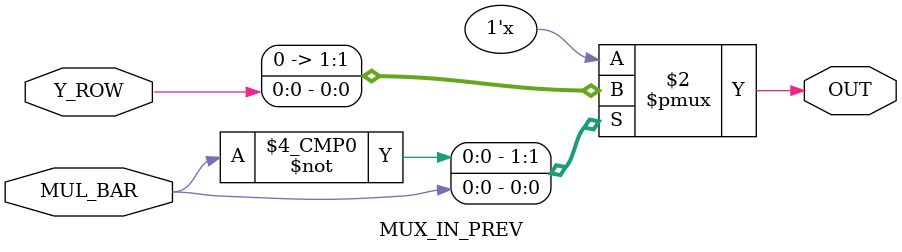
<source format=v>
module MUX_IN_PREV(
    input  wire Y_ROW,
    input  wire MUL_BAR,
    output reg  OUT
);

localparam MUL = 0,
           DIV = 1;

always @(*) begin
    case(MUL_BAR)
        MUL: OUT = 0;
        DIV: OUT = Y_ROW ; 
    endcase
end

endmodule



</source>
